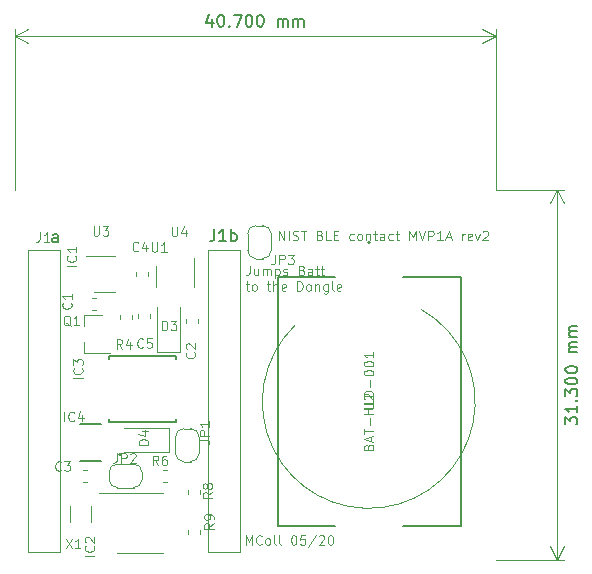
<source format=gbr>
G04 #@! TF.GenerationSoftware,KiCad,Pcbnew,(5.1.5)-3*
G04 #@! TF.CreationDate,2020-05-07T17:46:45-04:00*
G04 #@! TF.ProjectId,CR2025_Nordic,43523230-3235-45f4-9e6f-726469632e6b,rev?*
G04 #@! TF.SameCoordinates,Original*
G04 #@! TF.FileFunction,Legend,Top*
G04 #@! TF.FilePolarity,Positive*
%FSLAX46Y46*%
G04 Gerber Fmt 4.6, Leading zero omitted, Abs format (unit mm)*
G04 Created by KiCad (PCBNEW (5.1.5)-3) date 2020-05-07 17:46:45*
%MOMM*%
%LPD*%
G04 APERTURE LIST*
%ADD10C,0.150000*%
%ADD11C,0.120000*%
%ADD12C,0.152400*%
%ADD13C,0.200000*%
%ADD14C,0.127000*%
G04 APERTURE END LIST*
D10*
X141169805Y-76043540D02*
X141169805Y-76757826D01*
X141122186Y-76900683D01*
X141026948Y-76995921D01*
X140884091Y-77043540D01*
X140788853Y-77043540D01*
X142169805Y-77043540D02*
X141598377Y-77043540D01*
X141884091Y-77043540D02*
X141884091Y-76043540D01*
X141788853Y-76186398D01*
X141693615Y-76281636D01*
X141598377Y-76329255D01*
X142598377Y-77043540D02*
X142598377Y-76043540D01*
X142598377Y-76424493D02*
X142693615Y-76376874D01*
X142884091Y-76376874D01*
X142979329Y-76424493D01*
X143026948Y-76472112D01*
X143074567Y-76567350D01*
X143074567Y-76853064D01*
X143026948Y-76948302D01*
X142979329Y-76995921D01*
X142884091Y-77043540D01*
X142693615Y-77043540D01*
X142598377Y-76995921D01*
X127966125Y-77134980D02*
X127966125Y-76611171D01*
X127918506Y-76515933D01*
X127823268Y-76468314D01*
X127632792Y-76468314D01*
X127537554Y-76515933D01*
X127966125Y-77087361D02*
X127870887Y-77134980D01*
X127632792Y-77134980D01*
X127537554Y-77087361D01*
X127489935Y-76992123D01*
X127489935Y-76896885D01*
X127537554Y-76801647D01*
X127632792Y-76754028D01*
X127870887Y-76754028D01*
X127966125Y-76706409D01*
D11*
X144174687Y-79115104D02*
X144174687Y-79686533D01*
X144136592Y-79800819D01*
X144060401Y-79877009D01*
X143946116Y-79915104D01*
X143869925Y-79915104D01*
X144898497Y-79381771D02*
X144898497Y-79915104D01*
X144555640Y-79381771D02*
X144555640Y-79800819D01*
X144593735Y-79877009D01*
X144669925Y-79915104D01*
X144784211Y-79915104D01*
X144860401Y-79877009D01*
X144898497Y-79838914D01*
X145279449Y-79915104D02*
X145279449Y-79381771D01*
X145279449Y-79457961D02*
X145317544Y-79419866D01*
X145393735Y-79381771D01*
X145508020Y-79381771D01*
X145584211Y-79419866D01*
X145622306Y-79496057D01*
X145622306Y-79915104D01*
X145622306Y-79496057D02*
X145660401Y-79419866D01*
X145736592Y-79381771D01*
X145850878Y-79381771D01*
X145927068Y-79419866D01*
X145965163Y-79496057D01*
X145965163Y-79915104D01*
X146346116Y-79381771D02*
X146346116Y-80181771D01*
X146346116Y-79419866D02*
X146422306Y-79381771D01*
X146574687Y-79381771D01*
X146650878Y-79419866D01*
X146688973Y-79457961D01*
X146727068Y-79534152D01*
X146727068Y-79762723D01*
X146688973Y-79838914D01*
X146650878Y-79877009D01*
X146574687Y-79915104D01*
X146422306Y-79915104D01*
X146346116Y-79877009D01*
X147031830Y-79877009D02*
X147108020Y-79915104D01*
X147260401Y-79915104D01*
X147336592Y-79877009D01*
X147374687Y-79800819D01*
X147374687Y-79762723D01*
X147336592Y-79686533D01*
X147260401Y-79648438D01*
X147146116Y-79648438D01*
X147069925Y-79610342D01*
X147031830Y-79534152D01*
X147031830Y-79496057D01*
X147069925Y-79419866D01*
X147146116Y-79381771D01*
X147260401Y-79381771D01*
X147336592Y-79419866D01*
X148593735Y-79496057D02*
X148708020Y-79534152D01*
X148746116Y-79572247D01*
X148784211Y-79648438D01*
X148784211Y-79762723D01*
X148746116Y-79838914D01*
X148708020Y-79877009D01*
X148631830Y-79915104D01*
X148327068Y-79915104D01*
X148327068Y-79115104D01*
X148593735Y-79115104D01*
X148669925Y-79153200D01*
X148708020Y-79191295D01*
X148746116Y-79267485D01*
X148746116Y-79343676D01*
X148708020Y-79419866D01*
X148669925Y-79457961D01*
X148593735Y-79496057D01*
X148327068Y-79496057D01*
X149469925Y-79915104D02*
X149469925Y-79496057D01*
X149431830Y-79419866D01*
X149355640Y-79381771D01*
X149203259Y-79381771D01*
X149127068Y-79419866D01*
X149469925Y-79877009D02*
X149393735Y-79915104D01*
X149203259Y-79915104D01*
X149127068Y-79877009D01*
X149088973Y-79800819D01*
X149088973Y-79724628D01*
X149127068Y-79648438D01*
X149203259Y-79610342D01*
X149393735Y-79610342D01*
X149469925Y-79572247D01*
X149736592Y-79381771D02*
X150041354Y-79381771D01*
X149850878Y-79115104D02*
X149850878Y-79800819D01*
X149888973Y-79877009D01*
X149965163Y-79915104D01*
X150041354Y-79915104D01*
X150193735Y-79381771D02*
X150498497Y-79381771D01*
X150308020Y-79115104D02*
X150308020Y-79800819D01*
X150346116Y-79877009D01*
X150422306Y-79915104D01*
X150498497Y-79915104D01*
X143831830Y-80701771D02*
X144136592Y-80701771D01*
X143946116Y-80435104D02*
X143946116Y-81120819D01*
X143984211Y-81197009D01*
X144060401Y-81235104D01*
X144136592Y-81235104D01*
X144517544Y-81235104D02*
X144441354Y-81197009D01*
X144403259Y-81158914D01*
X144365163Y-81082723D01*
X144365163Y-80854152D01*
X144403259Y-80777961D01*
X144441354Y-80739866D01*
X144517544Y-80701771D01*
X144631830Y-80701771D01*
X144708020Y-80739866D01*
X144746116Y-80777961D01*
X144784211Y-80854152D01*
X144784211Y-81082723D01*
X144746116Y-81158914D01*
X144708020Y-81197009D01*
X144631830Y-81235104D01*
X144517544Y-81235104D01*
X145622306Y-80701771D02*
X145927068Y-80701771D01*
X145736592Y-80435104D02*
X145736592Y-81120819D01*
X145774687Y-81197009D01*
X145850878Y-81235104D01*
X145927068Y-81235104D01*
X146193735Y-81235104D02*
X146193735Y-80435104D01*
X146536592Y-81235104D02*
X146536592Y-80816057D01*
X146498497Y-80739866D01*
X146422306Y-80701771D01*
X146308020Y-80701771D01*
X146231830Y-80739866D01*
X146193735Y-80777961D01*
X147222306Y-81197009D02*
X147146116Y-81235104D01*
X146993735Y-81235104D01*
X146917544Y-81197009D01*
X146879449Y-81120819D01*
X146879449Y-80816057D01*
X146917544Y-80739866D01*
X146993735Y-80701771D01*
X147146116Y-80701771D01*
X147222306Y-80739866D01*
X147260401Y-80816057D01*
X147260401Y-80892247D01*
X146879449Y-80968438D01*
X148212782Y-81235104D02*
X148212782Y-80435104D01*
X148403259Y-80435104D01*
X148517544Y-80473200D01*
X148593735Y-80549390D01*
X148631830Y-80625580D01*
X148669925Y-80777961D01*
X148669925Y-80892247D01*
X148631830Y-81044628D01*
X148593735Y-81120819D01*
X148517544Y-81197009D01*
X148403259Y-81235104D01*
X148212782Y-81235104D01*
X149127068Y-81235104D02*
X149050878Y-81197009D01*
X149012782Y-81158914D01*
X148974687Y-81082723D01*
X148974687Y-80854152D01*
X149012782Y-80777961D01*
X149050878Y-80739866D01*
X149127068Y-80701771D01*
X149241354Y-80701771D01*
X149317544Y-80739866D01*
X149355640Y-80777961D01*
X149393735Y-80854152D01*
X149393735Y-81082723D01*
X149355640Y-81158914D01*
X149317544Y-81197009D01*
X149241354Y-81235104D01*
X149127068Y-81235104D01*
X149736592Y-80701771D02*
X149736592Y-81235104D01*
X149736592Y-80777961D02*
X149774687Y-80739866D01*
X149850878Y-80701771D01*
X149965163Y-80701771D01*
X150041354Y-80739866D01*
X150079449Y-80816057D01*
X150079449Y-81235104D01*
X150803259Y-80701771D02*
X150803259Y-81349390D01*
X150765163Y-81425580D01*
X150727068Y-81463676D01*
X150650878Y-81501771D01*
X150536592Y-81501771D01*
X150460401Y-81463676D01*
X150803259Y-81197009D02*
X150727068Y-81235104D01*
X150574687Y-81235104D01*
X150498497Y-81197009D01*
X150460401Y-81158914D01*
X150422306Y-81082723D01*
X150422306Y-80854152D01*
X150460401Y-80777961D01*
X150498497Y-80739866D01*
X150574687Y-80701771D01*
X150727068Y-80701771D01*
X150803259Y-80739866D01*
X151298497Y-81235104D02*
X151222306Y-81197009D01*
X151184211Y-81120819D01*
X151184211Y-80435104D01*
X151908020Y-81197009D02*
X151831830Y-81235104D01*
X151679449Y-81235104D01*
X151603259Y-81197009D01*
X151565163Y-81120819D01*
X151565163Y-80816057D01*
X151603259Y-80739866D01*
X151679449Y-80701771D01*
X151831830Y-80701771D01*
X151908020Y-80739866D01*
X151946116Y-80816057D01*
X151946116Y-80892247D01*
X151565163Y-80968438D01*
X143843201Y-102739144D02*
X143843201Y-101939144D01*
X144109868Y-102510573D01*
X144376535Y-101939144D01*
X144376535Y-102739144D01*
X145214630Y-102662954D02*
X145176535Y-102701049D01*
X145062249Y-102739144D01*
X144986059Y-102739144D01*
X144871773Y-102701049D01*
X144795582Y-102624859D01*
X144757487Y-102548668D01*
X144719392Y-102396287D01*
X144719392Y-102282001D01*
X144757487Y-102129620D01*
X144795582Y-102053430D01*
X144871773Y-101977240D01*
X144986059Y-101939144D01*
X145062249Y-101939144D01*
X145176535Y-101977240D01*
X145214630Y-102015335D01*
X145671773Y-102739144D02*
X145595582Y-102701049D01*
X145557487Y-102662954D01*
X145519392Y-102586763D01*
X145519392Y-102358192D01*
X145557487Y-102282001D01*
X145595582Y-102243906D01*
X145671773Y-102205811D01*
X145786059Y-102205811D01*
X145862249Y-102243906D01*
X145900344Y-102282001D01*
X145938440Y-102358192D01*
X145938440Y-102586763D01*
X145900344Y-102662954D01*
X145862249Y-102701049D01*
X145786059Y-102739144D01*
X145671773Y-102739144D01*
X146395582Y-102739144D02*
X146319392Y-102701049D01*
X146281297Y-102624859D01*
X146281297Y-101939144D01*
X146814630Y-102739144D02*
X146738440Y-102701049D01*
X146700344Y-102624859D01*
X146700344Y-101939144D01*
X147881297Y-101939144D02*
X147957487Y-101939144D01*
X148033678Y-101977240D01*
X148071773Y-102015335D01*
X148109868Y-102091525D01*
X148147963Y-102243906D01*
X148147963Y-102434382D01*
X148109868Y-102586763D01*
X148071773Y-102662954D01*
X148033678Y-102701049D01*
X147957487Y-102739144D01*
X147881297Y-102739144D01*
X147805106Y-102701049D01*
X147767011Y-102662954D01*
X147728916Y-102586763D01*
X147690820Y-102434382D01*
X147690820Y-102243906D01*
X147728916Y-102091525D01*
X147767011Y-102015335D01*
X147805106Y-101977240D01*
X147881297Y-101939144D01*
X148871773Y-101939144D02*
X148490820Y-101939144D01*
X148452725Y-102320097D01*
X148490820Y-102282001D01*
X148567011Y-102243906D01*
X148757487Y-102243906D01*
X148833678Y-102282001D01*
X148871773Y-102320097D01*
X148909868Y-102396287D01*
X148909868Y-102586763D01*
X148871773Y-102662954D01*
X148833678Y-102701049D01*
X148757487Y-102739144D01*
X148567011Y-102739144D01*
X148490820Y-102701049D01*
X148452725Y-102662954D01*
X149824154Y-101901049D02*
X149138440Y-102929620D01*
X150052725Y-102015335D02*
X150090820Y-101977240D01*
X150167011Y-101939144D01*
X150357487Y-101939144D01*
X150433678Y-101977240D01*
X150471773Y-102015335D01*
X150509868Y-102091525D01*
X150509868Y-102167716D01*
X150471773Y-102282001D01*
X150014630Y-102739144D01*
X150509868Y-102739144D01*
X151005106Y-101939144D02*
X151081297Y-101939144D01*
X151157487Y-101977240D01*
X151195582Y-102015335D01*
X151233678Y-102091525D01*
X151271773Y-102243906D01*
X151271773Y-102434382D01*
X151233678Y-102586763D01*
X151195582Y-102662954D01*
X151157487Y-102701049D01*
X151081297Y-102739144D01*
X151005106Y-102739144D01*
X150928916Y-102701049D01*
X150890820Y-102662954D01*
X150852725Y-102586763D01*
X150814630Y-102434382D01*
X150814630Y-102243906D01*
X150852725Y-102091525D01*
X150890820Y-102015335D01*
X150928916Y-101977240D01*
X151005106Y-101939144D01*
X158745764Y-82837041D02*
G75*
G02X147980400Y-84201000I-4478865J-7815560D01*
G01*
X146665784Y-76953064D02*
X146665784Y-76153064D01*
X147122927Y-76953064D01*
X147122927Y-76153064D01*
X147503880Y-76953064D02*
X147503880Y-76153064D01*
X147846737Y-76914969D02*
X147961022Y-76953064D01*
X148151499Y-76953064D01*
X148227689Y-76914969D01*
X148265784Y-76876874D01*
X148303880Y-76800683D01*
X148303880Y-76724493D01*
X148265784Y-76648302D01*
X148227689Y-76610207D01*
X148151499Y-76572112D01*
X147999118Y-76534017D01*
X147922927Y-76495921D01*
X147884832Y-76457826D01*
X147846737Y-76381636D01*
X147846737Y-76305445D01*
X147884832Y-76229255D01*
X147922927Y-76191160D01*
X147999118Y-76153064D01*
X148189594Y-76153064D01*
X148303880Y-76191160D01*
X148532451Y-76153064D02*
X148989594Y-76153064D01*
X148761022Y-76953064D02*
X148761022Y-76153064D01*
X150132451Y-76534017D02*
X150246737Y-76572112D01*
X150284832Y-76610207D01*
X150322927Y-76686398D01*
X150322927Y-76800683D01*
X150284832Y-76876874D01*
X150246737Y-76914969D01*
X150170546Y-76953064D01*
X149865784Y-76953064D01*
X149865784Y-76153064D01*
X150132451Y-76153064D01*
X150208641Y-76191160D01*
X150246737Y-76229255D01*
X150284832Y-76305445D01*
X150284832Y-76381636D01*
X150246737Y-76457826D01*
X150208641Y-76495921D01*
X150132451Y-76534017D01*
X149865784Y-76534017D01*
X151046737Y-76953064D02*
X150665784Y-76953064D01*
X150665784Y-76153064D01*
X151313403Y-76534017D02*
X151580070Y-76534017D01*
X151694356Y-76953064D02*
X151313403Y-76953064D01*
X151313403Y-76153064D01*
X151694356Y-76153064D01*
X152989594Y-76914969D02*
X152913403Y-76953064D01*
X152761022Y-76953064D01*
X152684832Y-76914969D01*
X152646737Y-76876874D01*
X152608641Y-76800683D01*
X152608641Y-76572112D01*
X152646737Y-76495921D01*
X152684832Y-76457826D01*
X152761022Y-76419731D01*
X152913403Y-76419731D01*
X152989594Y-76457826D01*
X153446737Y-76953064D02*
X153370546Y-76914969D01*
X153332451Y-76876874D01*
X153294356Y-76800683D01*
X153294356Y-76572112D01*
X153332451Y-76495921D01*
X153370546Y-76457826D01*
X153446737Y-76419731D01*
X153561022Y-76419731D01*
X153637213Y-76457826D01*
X153675308Y-76495921D01*
X153713403Y-76572112D01*
X153713403Y-76800683D01*
X153675308Y-76876874D01*
X153637213Y-76914969D01*
X153561022Y-76953064D01*
X153446737Y-76953064D01*
X154056260Y-76419731D02*
X154056260Y-76953064D01*
X154056260Y-76495921D02*
X154094356Y-76457826D01*
X154170546Y-76419731D01*
X154284832Y-76419731D01*
X154361022Y-76457826D01*
X154399118Y-76534017D01*
X154399118Y-76953064D01*
X154665784Y-76419731D02*
X154970546Y-76419731D01*
X154780070Y-76153064D02*
X154780070Y-76838779D01*
X154818165Y-76914969D01*
X154894356Y-76953064D01*
X154970546Y-76953064D01*
X155580070Y-76953064D02*
X155580070Y-76534017D01*
X155541975Y-76457826D01*
X155465784Y-76419731D01*
X155313403Y-76419731D01*
X155237213Y-76457826D01*
X155580070Y-76914969D02*
X155503880Y-76953064D01*
X155313403Y-76953064D01*
X155237213Y-76914969D01*
X155199118Y-76838779D01*
X155199118Y-76762588D01*
X155237213Y-76686398D01*
X155313403Y-76648302D01*
X155503880Y-76648302D01*
X155580070Y-76610207D01*
X156303880Y-76914969D02*
X156227689Y-76953064D01*
X156075308Y-76953064D01*
X155999118Y-76914969D01*
X155961022Y-76876874D01*
X155922927Y-76800683D01*
X155922927Y-76572112D01*
X155961022Y-76495921D01*
X155999118Y-76457826D01*
X156075308Y-76419731D01*
X156227689Y-76419731D01*
X156303880Y-76457826D01*
X156532451Y-76419731D02*
X156837213Y-76419731D01*
X156646737Y-76153064D02*
X156646737Y-76838779D01*
X156684832Y-76914969D01*
X156761022Y-76953064D01*
X156837213Y-76953064D01*
X157713403Y-76953064D02*
X157713403Y-76153064D01*
X157980070Y-76724493D01*
X158246737Y-76153064D01*
X158246737Y-76953064D01*
X158513403Y-76153064D02*
X158780070Y-76953064D01*
X159046737Y-76153064D01*
X159313403Y-76953064D02*
X159313403Y-76153064D01*
X159618165Y-76153064D01*
X159694356Y-76191160D01*
X159732451Y-76229255D01*
X159770546Y-76305445D01*
X159770546Y-76419731D01*
X159732451Y-76495921D01*
X159694356Y-76534017D01*
X159618165Y-76572112D01*
X159313403Y-76572112D01*
X160532451Y-76953064D02*
X160075308Y-76953064D01*
X160303880Y-76953064D02*
X160303880Y-76153064D01*
X160227689Y-76267350D01*
X160151499Y-76343540D01*
X160075308Y-76381636D01*
X160837213Y-76724493D02*
X161218165Y-76724493D01*
X160761022Y-76953064D02*
X161027689Y-76153064D01*
X161294356Y-76953064D01*
X162170546Y-76953064D02*
X162170546Y-76419731D01*
X162170546Y-76572112D02*
X162208641Y-76495921D01*
X162246737Y-76457826D01*
X162322927Y-76419731D01*
X162399118Y-76419731D01*
X162970546Y-76914969D02*
X162894356Y-76953064D01*
X162741975Y-76953064D01*
X162665784Y-76914969D01*
X162627689Y-76838779D01*
X162627689Y-76534017D01*
X162665784Y-76457826D01*
X162741975Y-76419731D01*
X162894356Y-76419731D01*
X162970546Y-76457826D01*
X163008641Y-76534017D01*
X163008641Y-76610207D01*
X162627689Y-76686398D01*
X163275308Y-76419731D02*
X163465784Y-76953064D01*
X163656260Y-76419731D01*
X163922927Y-76229255D02*
X163961022Y-76191160D01*
X164037213Y-76153064D01*
X164227689Y-76153064D01*
X164303880Y-76191160D01*
X164341975Y-76229255D01*
X164380070Y-76305445D01*
X164380070Y-76381636D01*
X164341975Y-76495921D01*
X163884832Y-76953064D01*
X164380070Y-76953064D01*
D10*
X170922380Y-92540476D02*
X170922380Y-91921428D01*
X171303333Y-92254761D01*
X171303333Y-92111904D01*
X171350952Y-92016666D01*
X171398571Y-91969047D01*
X171493809Y-91921428D01*
X171731904Y-91921428D01*
X171827142Y-91969047D01*
X171874761Y-92016666D01*
X171922380Y-92111904D01*
X171922380Y-92397619D01*
X171874761Y-92492857D01*
X171827142Y-92540476D01*
X171922380Y-90969047D02*
X171922380Y-91540476D01*
X171922380Y-91254761D02*
X170922380Y-91254761D01*
X171065238Y-91350000D01*
X171160476Y-91445238D01*
X171208095Y-91540476D01*
X171827142Y-90540476D02*
X171874761Y-90492857D01*
X171922380Y-90540476D01*
X171874761Y-90588095D01*
X171827142Y-90540476D01*
X171922380Y-90540476D01*
X170922380Y-90159523D02*
X170922380Y-89540476D01*
X171303333Y-89873809D01*
X171303333Y-89730952D01*
X171350952Y-89635714D01*
X171398571Y-89588095D01*
X171493809Y-89540476D01*
X171731904Y-89540476D01*
X171827142Y-89588095D01*
X171874761Y-89635714D01*
X171922380Y-89730952D01*
X171922380Y-90016666D01*
X171874761Y-90111904D01*
X171827142Y-90159523D01*
X170922380Y-88921428D02*
X170922380Y-88826190D01*
X170970000Y-88730952D01*
X171017619Y-88683333D01*
X171112857Y-88635714D01*
X171303333Y-88588095D01*
X171541428Y-88588095D01*
X171731904Y-88635714D01*
X171827142Y-88683333D01*
X171874761Y-88730952D01*
X171922380Y-88826190D01*
X171922380Y-88921428D01*
X171874761Y-89016666D01*
X171827142Y-89064285D01*
X171731904Y-89111904D01*
X171541428Y-89159523D01*
X171303333Y-89159523D01*
X171112857Y-89111904D01*
X171017619Y-89064285D01*
X170970000Y-89016666D01*
X170922380Y-88921428D01*
X170922380Y-87969047D02*
X170922380Y-87873809D01*
X170970000Y-87778571D01*
X171017619Y-87730952D01*
X171112857Y-87683333D01*
X171303333Y-87635714D01*
X171541428Y-87635714D01*
X171731904Y-87683333D01*
X171827142Y-87730952D01*
X171874761Y-87778571D01*
X171922380Y-87873809D01*
X171922380Y-87969047D01*
X171874761Y-88064285D01*
X171827142Y-88111904D01*
X171731904Y-88159523D01*
X171541428Y-88207142D01*
X171303333Y-88207142D01*
X171112857Y-88159523D01*
X171017619Y-88111904D01*
X170970000Y-88064285D01*
X170922380Y-87969047D01*
X171922380Y-86445238D02*
X171255714Y-86445238D01*
X171350952Y-86445238D02*
X171303333Y-86397619D01*
X171255714Y-86302380D01*
X171255714Y-86159523D01*
X171303333Y-86064285D01*
X171398571Y-86016666D01*
X171922380Y-86016666D01*
X171398571Y-86016666D02*
X171303333Y-85969047D01*
X171255714Y-85873809D01*
X171255714Y-85730952D01*
X171303333Y-85635714D01*
X171398571Y-85588095D01*
X171922380Y-85588095D01*
X171922380Y-85111904D02*
X171255714Y-85111904D01*
X171350952Y-85111904D02*
X171303333Y-85064285D01*
X171255714Y-84969047D01*
X171255714Y-84826190D01*
X171303333Y-84730952D01*
X171398571Y-84683333D01*
X171922380Y-84683333D01*
X171398571Y-84683333D02*
X171303333Y-84635714D01*
X171255714Y-84540476D01*
X171255714Y-84397619D01*
X171303333Y-84302380D01*
X171398571Y-84254761D01*
X171922380Y-84254761D01*
D11*
X170200000Y-104000000D02*
X170200000Y-72700000D01*
X165000000Y-104000000D02*
X170786421Y-104000000D01*
X165000000Y-72700000D02*
X170786421Y-72700000D01*
X170200000Y-72700000D02*
X170786421Y-73826504D01*
X170200000Y-72700000D02*
X169613579Y-73826504D01*
X170200000Y-104000000D02*
X170786421Y-102873496D01*
X170200000Y-104000000D02*
X169613579Y-102873496D01*
D10*
X140983333Y-58215714D02*
X140983333Y-58882380D01*
X140745238Y-57834761D02*
X140507142Y-58549047D01*
X141126190Y-58549047D01*
X141697619Y-57882380D02*
X141792857Y-57882380D01*
X141888095Y-57930000D01*
X141935714Y-57977619D01*
X141983333Y-58072857D01*
X142030952Y-58263333D01*
X142030952Y-58501428D01*
X141983333Y-58691904D01*
X141935714Y-58787142D01*
X141888095Y-58834761D01*
X141792857Y-58882380D01*
X141697619Y-58882380D01*
X141602380Y-58834761D01*
X141554761Y-58787142D01*
X141507142Y-58691904D01*
X141459523Y-58501428D01*
X141459523Y-58263333D01*
X141507142Y-58072857D01*
X141554761Y-57977619D01*
X141602380Y-57930000D01*
X141697619Y-57882380D01*
X142459523Y-58787142D02*
X142507142Y-58834761D01*
X142459523Y-58882380D01*
X142411904Y-58834761D01*
X142459523Y-58787142D01*
X142459523Y-58882380D01*
X142840476Y-57882380D02*
X143507142Y-57882380D01*
X143078571Y-58882380D01*
X144078571Y-57882380D02*
X144173809Y-57882380D01*
X144269047Y-57930000D01*
X144316666Y-57977619D01*
X144364285Y-58072857D01*
X144411904Y-58263333D01*
X144411904Y-58501428D01*
X144364285Y-58691904D01*
X144316666Y-58787142D01*
X144269047Y-58834761D01*
X144173809Y-58882380D01*
X144078571Y-58882380D01*
X143983333Y-58834761D01*
X143935714Y-58787142D01*
X143888095Y-58691904D01*
X143840476Y-58501428D01*
X143840476Y-58263333D01*
X143888095Y-58072857D01*
X143935714Y-57977619D01*
X143983333Y-57930000D01*
X144078571Y-57882380D01*
X145030952Y-57882380D02*
X145126190Y-57882380D01*
X145221428Y-57930000D01*
X145269047Y-57977619D01*
X145316666Y-58072857D01*
X145364285Y-58263333D01*
X145364285Y-58501428D01*
X145316666Y-58691904D01*
X145269047Y-58787142D01*
X145221428Y-58834761D01*
X145126190Y-58882380D01*
X145030952Y-58882380D01*
X144935714Y-58834761D01*
X144888095Y-58787142D01*
X144840476Y-58691904D01*
X144792857Y-58501428D01*
X144792857Y-58263333D01*
X144840476Y-58072857D01*
X144888095Y-57977619D01*
X144935714Y-57930000D01*
X145030952Y-57882380D01*
X146554761Y-58882380D02*
X146554761Y-58215714D01*
X146554761Y-58310952D02*
X146602380Y-58263333D01*
X146697619Y-58215714D01*
X146840476Y-58215714D01*
X146935714Y-58263333D01*
X146983333Y-58358571D01*
X146983333Y-58882380D01*
X146983333Y-58358571D02*
X147030952Y-58263333D01*
X147126190Y-58215714D01*
X147269047Y-58215714D01*
X147364285Y-58263333D01*
X147411904Y-58358571D01*
X147411904Y-58882380D01*
X147888095Y-58882380D02*
X147888095Y-58215714D01*
X147888095Y-58310952D02*
X147935714Y-58263333D01*
X148030952Y-58215714D01*
X148173809Y-58215714D01*
X148269047Y-58263333D01*
X148316666Y-58358571D01*
X148316666Y-58882380D01*
X148316666Y-58358571D02*
X148364285Y-58263333D01*
X148459523Y-58215714D01*
X148602380Y-58215714D01*
X148697619Y-58263333D01*
X148745238Y-58358571D01*
X148745238Y-58882380D01*
D11*
X124300000Y-59700000D02*
X165000000Y-59700000D01*
X124300000Y-72700000D02*
X124300000Y-59113579D01*
X165000000Y-72700000D02*
X165000000Y-59113579D01*
X165000000Y-59700000D02*
X163873496Y-60286421D01*
X165000000Y-59700000D02*
X163873496Y-59113579D01*
X124300000Y-59700000D02*
X125426504Y-60286421D01*
X124300000Y-59700000D02*
X125426504Y-59113579D01*
X125426800Y-77763700D02*
X125426800Y-103363700D01*
X125426800Y-103363700D02*
X128166800Y-103363700D01*
X128166800Y-103363700D02*
X128166800Y-77763700D01*
X128166800Y-77763700D02*
X125426800Y-77763700D01*
X140636800Y-77763700D02*
X140636800Y-103363700D01*
X140636800Y-103363700D02*
X143376800Y-103363700D01*
X143376800Y-103363700D02*
X143376800Y-77763700D01*
X143376800Y-77763700D02*
X140636800Y-77763700D01*
X134375120Y-97906080D02*
X132975120Y-97906080D01*
X132275120Y-97206080D02*
X132275120Y-96606080D01*
X132975120Y-95906080D02*
X134375120Y-95906080D01*
X135075120Y-96606080D02*
X135075120Y-97206080D01*
X135075120Y-97206080D02*
G75*
G02X134375120Y-97906080I-700000J0D01*
G01*
X134375120Y-95906080D02*
G75*
G02X135075120Y-96606080I0J-700000D01*
G01*
X132275120Y-96606080D02*
G75*
G02X132975120Y-95906080I700000J0D01*
G01*
X132975120Y-97906080D02*
G75*
G02X132275120Y-97206080I0J700000D01*
G01*
X137902440Y-95000040D02*
X137902440Y-93600040D01*
X138602440Y-92900040D02*
X139202440Y-92900040D01*
X139902440Y-93600040D02*
X139902440Y-95000040D01*
X139202440Y-95700040D02*
X138602440Y-95700040D01*
X138602440Y-95700040D02*
G75*
G02X137902440Y-95000040I0J700000D01*
G01*
X139902440Y-95000040D02*
G75*
G02X139202440Y-95700040I-700000J0D01*
G01*
X139202440Y-92900040D02*
G75*
G02X139902440Y-93600040I0J-700000D01*
G01*
X137902440Y-93600040D02*
G75*
G02X138602440Y-92900040I700000J0D01*
G01*
D12*
X137906760Y-87054455D02*
X137906760Y-86771480D01*
X132267960Y-92076505D02*
X132267960Y-92359480D01*
X132267960Y-86771480D02*
X132267960Y-87054455D01*
X137906760Y-86771480D02*
X132267960Y-86771480D01*
X137906760Y-92359480D02*
X137906760Y-92076505D01*
X132267960Y-92359480D02*
X137906760Y-92359480D01*
D11*
X130189700Y-83306800D02*
X131649700Y-83306800D01*
X130189700Y-86466800D02*
X132349700Y-86466800D01*
X130189700Y-86466800D02*
X130189700Y-85536800D01*
X130189700Y-83306800D02*
X130189700Y-84236800D01*
X130719800Y-100811960D02*
X130719800Y-99461960D01*
X128969800Y-100811960D02*
X128969800Y-99461960D01*
X139816300Y-83978567D02*
X139816300Y-83636033D01*
X138796300Y-83978567D02*
X138796300Y-83636033D01*
X146003520Y-76414400D02*
X146003520Y-77814400D01*
X145303520Y-78514400D02*
X144703520Y-78514400D01*
X144003520Y-77814400D02*
X144003520Y-76414400D01*
X144703520Y-75714400D02*
X145303520Y-75714400D01*
X145303520Y-75714400D02*
G75*
G02X146003520Y-76414400I0J-700000D01*
G01*
X144003520Y-76414400D02*
G75*
G02X144703520Y-75714400I700000J0D01*
G01*
X144703520Y-78514400D02*
G75*
G02X144003520Y-77814400I0J700000D01*
G01*
X146003520Y-77814400D02*
G75*
G02X145303520Y-78514400I-700000J0D01*
G01*
X137358480Y-94858080D02*
X137358480Y-92858080D01*
X137358480Y-92858080D02*
X133508480Y-92858080D01*
X137358480Y-94858080D02*
X133508480Y-94858080D01*
X136861733Y-97461800D02*
X137204267Y-97461800D01*
X136861733Y-96441800D02*
X137204267Y-96441800D01*
X138946160Y-101530333D02*
X138946160Y-101872867D01*
X139966160Y-101530333D02*
X139966160Y-101872867D01*
X139966160Y-98418467D02*
X139966160Y-98075933D01*
X138946160Y-98418467D02*
X138946160Y-98075933D01*
X134863840Y-98354200D02*
X131413840Y-98354200D01*
X134863840Y-98354200D02*
X136813840Y-98354200D01*
X134863840Y-103474200D02*
X132913840Y-103474200D01*
X134863840Y-103474200D02*
X136813840Y-103474200D01*
X136271360Y-79135200D02*
X136271360Y-80935200D01*
X139491360Y-80935200D02*
X139491360Y-78485200D01*
X135744680Y-83584867D02*
X135744680Y-83242333D01*
X134724680Y-83584867D02*
X134724680Y-83242333D01*
X135574500Y-79965367D02*
X135574500Y-79622833D01*
X134554500Y-79965367D02*
X134554500Y-79622833D01*
D12*
X154376200Y-77138000D02*
G75*
G03X154376200Y-77138000I-76200J0D01*
G01*
X157172740Y-101141000D02*
X162047000Y-101141000D01*
X151427260Y-80059000D02*
X146553000Y-80059000D01*
X162047000Y-80059000D02*
X157172740Y-80059000D01*
X162047000Y-101141000D02*
X162047000Y-80059000D01*
X146553000Y-101141000D02*
X151427260Y-101141000D01*
X146553000Y-80059000D02*
X146553000Y-101141000D01*
D13*
X133298240Y-95091760D02*
G75*
G03X133298240Y-95091760I-100000J0D01*
G01*
D14*
X131578240Y-92552760D02*
X129818240Y-92552760D01*
X131578240Y-95630760D02*
X129818240Y-95630760D01*
D11*
X132794900Y-78296800D02*
X130364900Y-78296800D01*
X131034900Y-81366800D02*
X132794900Y-81366800D01*
X134195280Y-83620427D02*
X134195280Y-83277893D01*
X133175280Y-83620427D02*
X133175280Y-83277893D01*
X136327000Y-86435200D02*
X136327000Y-82585200D01*
X138327000Y-86435200D02*
X138327000Y-82585200D01*
X136327000Y-86435200D02*
X138327000Y-86435200D01*
X130054533Y-97441480D02*
X130397067Y-97441480D01*
X130054533Y-96421480D02*
X130397067Y-96421480D01*
X130829233Y-82844100D02*
X131171767Y-82844100D01*
X130829233Y-81824100D02*
X131171767Y-81824100D01*
X126423453Y-76295304D02*
X126423453Y-76866733D01*
X126385358Y-76981019D01*
X126309167Y-77057209D01*
X126194881Y-77095304D01*
X126118691Y-77095304D01*
X127223453Y-77095304D02*
X126766310Y-77095304D01*
X126994881Y-77095304D02*
X126994881Y-76295304D01*
X126918691Y-76409590D01*
X126842500Y-76485780D01*
X126766310Y-76523876D01*
X132932253Y-95010024D02*
X132932253Y-95581453D01*
X132894158Y-95695739D01*
X132817967Y-95771929D01*
X132703681Y-95810024D01*
X132627491Y-95810024D01*
X133313205Y-95810024D02*
X133313205Y-95010024D01*
X133617967Y-95010024D01*
X133694158Y-95048120D01*
X133732253Y-95086215D01*
X133770348Y-95162405D01*
X133770348Y-95276691D01*
X133732253Y-95352881D01*
X133694158Y-95390977D01*
X133617967Y-95429072D01*
X133313205Y-95429072D01*
X134075110Y-95086215D02*
X134113205Y-95048120D01*
X134189396Y-95010024D01*
X134379872Y-95010024D01*
X134456062Y-95048120D01*
X134494158Y-95086215D01*
X134532253Y-95162405D01*
X134532253Y-95238596D01*
X134494158Y-95352881D01*
X134037015Y-95810024D01*
X134532253Y-95810024D01*
X139937544Y-93874506D02*
X140508973Y-93874506D01*
X140623259Y-93912601D01*
X140699449Y-93988792D01*
X140737544Y-94103078D01*
X140737544Y-94179268D01*
X140737544Y-93493554D02*
X139937544Y-93493554D01*
X139937544Y-93188792D01*
X139975640Y-93112601D01*
X140013735Y-93074506D01*
X140089925Y-93036411D01*
X140204211Y-93036411D01*
X140280401Y-93074506D01*
X140318497Y-93112601D01*
X140356592Y-93188792D01*
X140356592Y-93493554D01*
X140737544Y-92274506D02*
X140737544Y-92731649D01*
X140737544Y-92503078D02*
X139937544Y-92503078D01*
X140051830Y-92579268D01*
X140128020Y-92655459D01*
X140166116Y-92731649D01*
X130033984Y-88629392D02*
X129233984Y-88629392D01*
X129957794Y-87791297D02*
X129995889Y-87829392D01*
X130033984Y-87943678D01*
X130033984Y-88019868D01*
X129995889Y-88134154D01*
X129919699Y-88210344D01*
X129843508Y-88248440D01*
X129691127Y-88286535D01*
X129576841Y-88286535D01*
X129424460Y-88248440D01*
X129348270Y-88210344D01*
X129272080Y-88134154D01*
X129233984Y-88019868D01*
X129233984Y-87943678D01*
X129272080Y-87829392D01*
X129310175Y-87791297D01*
X129233984Y-87524630D02*
X129233984Y-87029392D01*
X129538746Y-87296059D01*
X129538746Y-87181773D01*
X129576841Y-87105582D01*
X129614937Y-87067487D01*
X129691127Y-87029392D01*
X129881603Y-87029392D01*
X129957794Y-87067487D01*
X129995889Y-87105582D01*
X130033984Y-87181773D01*
X130033984Y-87410344D01*
X129995889Y-87486535D01*
X129957794Y-87524630D01*
X129016769Y-84212375D02*
X128940579Y-84174280D01*
X128864388Y-84098089D01*
X128750102Y-83983803D01*
X128673912Y-83945708D01*
X128597721Y-83945708D01*
X128635817Y-84136184D02*
X128559626Y-84098089D01*
X128483436Y-84021899D01*
X128445340Y-83869518D01*
X128445340Y-83602851D01*
X128483436Y-83450470D01*
X128559626Y-83374280D01*
X128635817Y-83336184D01*
X128788198Y-83336184D01*
X128864388Y-83374280D01*
X128940579Y-83450470D01*
X128978674Y-83602851D01*
X128978674Y-83869518D01*
X128940579Y-84021899D01*
X128864388Y-84098089D01*
X128788198Y-84136184D01*
X128635817Y-84136184D01*
X129740579Y-84136184D02*
X129283436Y-84136184D01*
X129512007Y-84136184D02*
X129512007Y-83336184D01*
X129435817Y-83450470D01*
X129359626Y-83526660D01*
X129283436Y-83564756D01*
X128592660Y-102228704D02*
X129125994Y-103028704D01*
X129125994Y-102228704D02*
X128592660Y-103028704D01*
X129849803Y-103028704D02*
X129392660Y-103028704D01*
X129621232Y-103028704D02*
X129621232Y-102228704D01*
X129545041Y-102342990D01*
X129468851Y-102419180D01*
X129392660Y-102457276D01*
X137591876Y-75825404D02*
X137591876Y-76473023D01*
X137629971Y-76549214D01*
X137668066Y-76587309D01*
X137744257Y-76625404D01*
X137896638Y-76625404D01*
X137972828Y-76587309D01*
X138010923Y-76549214D01*
X138049019Y-76473023D01*
X138049019Y-75825404D01*
X138772828Y-76092071D02*
X138772828Y-76625404D01*
X138582352Y-75787309D02*
X138391876Y-76358738D01*
X138887114Y-76358738D01*
X130962476Y-75787304D02*
X130962476Y-76434923D01*
X131000571Y-76511114D01*
X131038666Y-76549209D01*
X131114857Y-76587304D01*
X131267238Y-76587304D01*
X131343428Y-76549209D01*
X131381523Y-76511114D01*
X131419619Y-76434923D01*
X131419619Y-75787304D01*
X131724380Y-75787304D02*
X132219619Y-75787304D01*
X131952952Y-76092066D01*
X132067238Y-76092066D01*
X132143428Y-76130161D01*
X132181523Y-76168257D01*
X132219619Y-76244447D01*
X132219619Y-76434923D01*
X132181523Y-76511114D01*
X132143428Y-76549209D01*
X132067238Y-76587304D01*
X131838666Y-76587304D01*
X131762476Y-76549209D01*
X131724380Y-76511114D01*
X139492954Y-86452693D02*
X139531049Y-86490788D01*
X139569144Y-86605074D01*
X139569144Y-86681264D01*
X139531049Y-86795550D01*
X139454859Y-86871740D01*
X139378668Y-86909836D01*
X139226287Y-86947931D01*
X139112001Y-86947931D01*
X138959620Y-86909836D01*
X138883430Y-86871740D01*
X138807240Y-86795550D01*
X138769144Y-86681264D01*
X138769144Y-86605074D01*
X138807240Y-86490788D01*
X138845335Y-86452693D01*
X138845335Y-86147931D02*
X138807240Y-86109836D01*
X138769144Y-86033645D01*
X138769144Y-85843169D01*
X138807240Y-85766979D01*
X138845335Y-85728883D01*
X138921525Y-85690788D01*
X138997716Y-85690788D01*
X139112001Y-85728883D01*
X139569144Y-86186026D01*
X139569144Y-85690788D01*
X146328213Y-78169824D02*
X146328213Y-78741253D01*
X146290118Y-78855539D01*
X146213927Y-78931729D01*
X146099641Y-78969824D01*
X146023451Y-78969824D01*
X146709165Y-78969824D02*
X146709165Y-78169824D01*
X147013927Y-78169824D01*
X147090118Y-78207920D01*
X147128213Y-78246015D01*
X147166308Y-78322205D01*
X147166308Y-78436491D01*
X147128213Y-78512681D01*
X147090118Y-78550777D01*
X147013927Y-78588872D01*
X146709165Y-78588872D01*
X147432975Y-78169824D02*
X147928213Y-78169824D01*
X147661546Y-78474586D01*
X147775832Y-78474586D01*
X147852022Y-78512681D01*
X147890118Y-78550777D01*
X147928213Y-78626967D01*
X147928213Y-78817443D01*
X147890118Y-78893634D01*
X147852022Y-78931729D01*
X147775832Y-78969824D01*
X147547260Y-78969824D01*
X147471070Y-78931729D01*
X147432975Y-78893634D01*
X135581344Y-94275836D02*
X134781344Y-94275836D01*
X134781344Y-94085360D01*
X134819440Y-93971074D01*
X134895630Y-93894883D01*
X134971820Y-93856788D01*
X135124201Y-93818693D01*
X135238487Y-93818693D01*
X135390868Y-93856788D01*
X135467059Y-93894883D01*
X135543249Y-93971074D01*
X135581344Y-94085360D01*
X135581344Y-94275836D01*
X135048011Y-93132979D02*
X135581344Y-93132979D01*
X134743249Y-93323455D02*
X135314678Y-93513931D01*
X135314678Y-93018693D01*
X136432306Y-95987824D02*
X136165640Y-95606872D01*
X135975163Y-95987824D02*
X135975163Y-95187824D01*
X136279925Y-95187824D01*
X136356116Y-95225920D01*
X136394211Y-95264015D01*
X136432306Y-95340205D01*
X136432306Y-95454491D01*
X136394211Y-95530681D01*
X136356116Y-95568777D01*
X136279925Y-95606872D01*
X135975163Y-95606872D01*
X137118020Y-95187824D02*
X136965640Y-95187824D01*
X136889449Y-95225920D01*
X136851354Y-95264015D01*
X136775163Y-95378300D01*
X136737068Y-95530681D01*
X136737068Y-95835443D01*
X136775163Y-95911634D01*
X136813259Y-95949729D01*
X136889449Y-95987824D01*
X137041830Y-95987824D01*
X137118020Y-95949729D01*
X137156116Y-95911634D01*
X137194211Y-95835443D01*
X137194211Y-95644967D01*
X137156116Y-95568777D01*
X137118020Y-95530681D01*
X137041830Y-95492586D01*
X136889449Y-95492586D01*
X136813259Y-95530681D01*
X136775163Y-95568777D01*
X136737068Y-95644967D01*
X141149024Y-100940853D02*
X140768072Y-101207520D01*
X141149024Y-101397996D02*
X140349024Y-101397996D01*
X140349024Y-101093234D01*
X140387120Y-101017043D01*
X140425215Y-100978948D01*
X140501405Y-100940853D01*
X140615691Y-100940853D01*
X140691881Y-100978948D01*
X140729977Y-101017043D01*
X140768072Y-101093234D01*
X140768072Y-101397996D01*
X141149024Y-100559900D02*
X141149024Y-100407520D01*
X141110929Y-100331329D01*
X141072834Y-100293234D01*
X140958548Y-100217043D01*
X140806167Y-100178948D01*
X140501405Y-100178948D01*
X140425215Y-100217043D01*
X140387120Y-100255139D01*
X140349024Y-100331329D01*
X140349024Y-100483710D01*
X140387120Y-100559900D01*
X140425215Y-100597996D01*
X140501405Y-100636091D01*
X140691881Y-100636091D01*
X140768072Y-100597996D01*
X140806167Y-100559900D01*
X140844262Y-100483710D01*
X140844262Y-100331329D01*
X140806167Y-100255139D01*
X140768072Y-100217043D01*
X140691881Y-100178948D01*
X141027104Y-98294173D02*
X140646152Y-98560840D01*
X141027104Y-98751316D02*
X140227104Y-98751316D01*
X140227104Y-98446554D01*
X140265200Y-98370363D01*
X140303295Y-98332268D01*
X140379485Y-98294173D01*
X140493771Y-98294173D01*
X140569961Y-98332268D01*
X140608057Y-98370363D01*
X140646152Y-98446554D01*
X140646152Y-98751316D01*
X140569961Y-97837030D02*
X140531866Y-97913220D01*
X140493771Y-97951316D01*
X140417580Y-97989411D01*
X140379485Y-97989411D01*
X140303295Y-97951316D01*
X140265200Y-97913220D01*
X140227104Y-97837030D01*
X140227104Y-97684649D01*
X140265200Y-97608459D01*
X140303295Y-97570363D01*
X140379485Y-97532268D01*
X140417580Y-97532268D01*
X140493771Y-97570363D01*
X140531866Y-97608459D01*
X140569961Y-97684649D01*
X140569961Y-97837030D01*
X140608057Y-97913220D01*
X140646152Y-97951316D01*
X140722342Y-97989411D01*
X140874723Y-97989411D01*
X140950914Y-97951316D01*
X140989009Y-97913220D01*
X141027104Y-97837030D01*
X141027104Y-97684649D01*
X140989009Y-97608459D01*
X140950914Y-97570363D01*
X140874723Y-97532268D01*
X140722342Y-97532268D01*
X140646152Y-97570363D01*
X140608057Y-97608459D01*
X140569961Y-97684649D01*
X131039824Y-103681432D02*
X130239824Y-103681432D01*
X130963634Y-102843337D02*
X131001729Y-102881432D01*
X131039824Y-102995718D01*
X131039824Y-103071908D01*
X131001729Y-103186194D01*
X130925539Y-103262384D01*
X130849348Y-103300480D01*
X130696967Y-103338575D01*
X130582681Y-103338575D01*
X130430300Y-103300480D01*
X130354110Y-103262384D01*
X130277920Y-103186194D01*
X130239824Y-103071908D01*
X130239824Y-102995718D01*
X130277920Y-102881432D01*
X130316015Y-102843337D01*
X130316015Y-102538575D02*
X130277920Y-102500480D01*
X130239824Y-102424289D01*
X130239824Y-102233813D01*
X130277920Y-102157622D01*
X130316015Y-102119527D01*
X130392205Y-102081432D01*
X130468396Y-102081432D01*
X130582681Y-102119527D01*
X131039824Y-102576670D01*
X131039824Y-102081432D01*
X135905316Y-77143664D02*
X135905316Y-77791283D01*
X135943411Y-77867474D01*
X135981506Y-77905569D01*
X136057697Y-77943664D01*
X136210078Y-77943664D01*
X136286268Y-77905569D01*
X136324363Y-77867474D01*
X136362459Y-77791283D01*
X136362459Y-77143664D01*
X137162459Y-77943664D02*
X136705316Y-77943664D01*
X136933887Y-77943664D02*
X136933887Y-77143664D01*
X136857697Y-77257950D01*
X136781506Y-77334140D01*
X136705316Y-77372236D01*
X135162306Y-86000554D02*
X135124211Y-86038649D01*
X135009925Y-86076744D01*
X134933735Y-86076744D01*
X134819449Y-86038649D01*
X134743259Y-85962459D01*
X134705163Y-85886268D01*
X134667068Y-85733887D01*
X134667068Y-85619601D01*
X134705163Y-85467220D01*
X134743259Y-85391030D01*
X134819449Y-85314840D01*
X134933735Y-85276744D01*
X135009925Y-85276744D01*
X135124211Y-85314840D01*
X135162306Y-85352935D01*
X135886116Y-85276744D02*
X135505163Y-85276744D01*
X135467068Y-85657697D01*
X135505163Y-85619601D01*
X135581354Y-85581506D01*
X135771830Y-85581506D01*
X135848020Y-85619601D01*
X135886116Y-85657697D01*
X135924211Y-85733887D01*
X135924211Y-85924363D01*
X135886116Y-86000554D01*
X135848020Y-86038649D01*
X135771830Y-86076744D01*
X135581354Y-86076744D01*
X135505163Y-86038649D01*
X135467068Y-86000554D01*
X134760986Y-77831914D02*
X134722891Y-77870009D01*
X134608605Y-77908104D01*
X134532415Y-77908104D01*
X134418129Y-77870009D01*
X134341939Y-77793819D01*
X134303843Y-77717628D01*
X134265748Y-77565247D01*
X134265748Y-77450961D01*
X134303843Y-77298580D01*
X134341939Y-77222390D01*
X134418129Y-77146200D01*
X134532415Y-77108104D01*
X134608605Y-77108104D01*
X134722891Y-77146200D01*
X134760986Y-77184295D01*
X135446700Y-77374771D02*
X135446700Y-77908104D01*
X135256224Y-77070009D02*
X135065748Y-77641438D01*
X135560986Y-77641438D01*
X153861904Y-91209523D02*
X154509523Y-91209523D01*
X154585714Y-91171428D01*
X154623809Y-91133333D01*
X154661904Y-91057142D01*
X154661904Y-90904761D01*
X154623809Y-90828571D01*
X154585714Y-90790476D01*
X154509523Y-90752380D01*
X153861904Y-90752380D01*
X153938095Y-90409523D02*
X153900000Y-90371428D01*
X153861904Y-90295238D01*
X153861904Y-90104761D01*
X153900000Y-90028571D01*
X153938095Y-89990476D01*
X154014285Y-89952380D01*
X154090476Y-89952380D01*
X154204761Y-89990476D01*
X154661904Y-90447619D01*
X154661904Y-89952380D01*
X154242857Y-94466666D02*
X154280952Y-94352380D01*
X154319047Y-94314285D01*
X154395238Y-94276190D01*
X154509523Y-94276190D01*
X154585714Y-94314285D01*
X154623809Y-94352380D01*
X154661904Y-94428571D01*
X154661904Y-94733333D01*
X153861904Y-94733333D01*
X153861904Y-94466666D01*
X153900000Y-94390476D01*
X153938095Y-94352380D01*
X154014285Y-94314285D01*
X154090476Y-94314285D01*
X154166666Y-94352380D01*
X154204761Y-94390476D01*
X154242857Y-94466666D01*
X154242857Y-94733333D01*
X154433333Y-93971428D02*
X154433333Y-93590476D01*
X154661904Y-94047619D02*
X153861904Y-93780952D01*
X154661904Y-93514285D01*
X153861904Y-93361904D02*
X153861904Y-92904761D01*
X154661904Y-93133333D02*
X153861904Y-93133333D01*
X154357142Y-92638095D02*
X154357142Y-92028571D01*
X154661904Y-91647619D02*
X153861904Y-91647619D01*
X154242857Y-91647619D02*
X154242857Y-91190476D01*
X154661904Y-91190476D02*
X153861904Y-91190476D01*
X154661904Y-90428571D02*
X154661904Y-90809523D01*
X153861904Y-90809523D01*
X154661904Y-90161904D02*
X153861904Y-90161904D01*
X153861904Y-89971428D01*
X153900000Y-89857142D01*
X153976190Y-89780952D01*
X154052380Y-89742857D01*
X154204761Y-89704761D01*
X154319047Y-89704761D01*
X154471428Y-89742857D01*
X154547619Y-89780952D01*
X154623809Y-89857142D01*
X154661904Y-89971428D01*
X154661904Y-90161904D01*
X154357142Y-89361904D02*
X154357142Y-88752380D01*
X153861904Y-88219047D02*
X153861904Y-88142857D01*
X153900000Y-88066666D01*
X153938095Y-88028571D01*
X154014285Y-87990476D01*
X154166666Y-87952380D01*
X154357142Y-87952380D01*
X154509523Y-87990476D01*
X154585714Y-88028571D01*
X154623809Y-88066666D01*
X154661904Y-88142857D01*
X154661904Y-88219047D01*
X154623809Y-88295238D01*
X154585714Y-88333333D01*
X154509523Y-88371428D01*
X154357142Y-88409523D01*
X154166666Y-88409523D01*
X154014285Y-88371428D01*
X153938095Y-88333333D01*
X153900000Y-88295238D01*
X153861904Y-88219047D01*
X153861904Y-87457142D02*
X153861904Y-87380952D01*
X153900000Y-87304761D01*
X153938095Y-87266666D01*
X154014285Y-87228571D01*
X154166666Y-87190476D01*
X154357142Y-87190476D01*
X154509523Y-87228571D01*
X154585714Y-87266666D01*
X154623809Y-87304761D01*
X154661904Y-87380952D01*
X154661904Y-87457142D01*
X154623809Y-87533333D01*
X154585714Y-87571428D01*
X154509523Y-87609523D01*
X154357142Y-87647619D01*
X154166666Y-87647619D01*
X154014285Y-87609523D01*
X153938095Y-87571428D01*
X153900000Y-87533333D01*
X153861904Y-87457142D01*
X154661904Y-86428571D02*
X154661904Y-86885714D01*
X154661904Y-86657142D02*
X153861904Y-86657142D01*
X153976190Y-86733333D01*
X154052380Y-86809523D01*
X154090476Y-86885714D01*
X128494887Y-92274344D02*
X128494887Y-91474344D01*
X129332982Y-92198154D02*
X129294887Y-92236249D01*
X129180601Y-92274344D01*
X129104411Y-92274344D01*
X128990125Y-92236249D01*
X128913935Y-92160059D01*
X128875840Y-92083868D01*
X128837744Y-91931487D01*
X128837744Y-91817201D01*
X128875840Y-91664820D01*
X128913935Y-91588630D01*
X128990125Y-91512440D01*
X129104411Y-91474344D01*
X129180601Y-91474344D01*
X129294887Y-91512440D01*
X129332982Y-91550535D01*
X130018697Y-91741011D02*
X130018697Y-92274344D01*
X129828220Y-91436249D02*
X129637744Y-92007678D01*
X130132982Y-92007678D01*
X129510744Y-79104392D02*
X128710744Y-79104392D01*
X129434554Y-78266297D02*
X129472649Y-78304392D01*
X129510744Y-78418678D01*
X129510744Y-78494868D01*
X129472649Y-78609154D01*
X129396459Y-78685344D01*
X129320268Y-78723440D01*
X129167887Y-78761535D01*
X129053601Y-78761535D01*
X128901220Y-78723440D01*
X128825030Y-78685344D01*
X128748840Y-78609154D01*
X128710744Y-78494868D01*
X128710744Y-78418678D01*
X128748840Y-78304392D01*
X128786935Y-78266297D01*
X129510744Y-77504392D02*
X129510744Y-77961535D01*
X129510744Y-77732963D02*
X128710744Y-77732963D01*
X128825030Y-77809154D01*
X128901220Y-77885344D01*
X128939316Y-77961535D01*
X133389386Y-86137704D02*
X133122720Y-85756752D01*
X132932243Y-86137704D02*
X132932243Y-85337704D01*
X133237005Y-85337704D01*
X133313196Y-85375800D01*
X133351291Y-85413895D01*
X133389386Y-85490085D01*
X133389386Y-85604371D01*
X133351291Y-85680561D01*
X133313196Y-85718657D01*
X133237005Y-85756752D01*
X132932243Y-85756752D01*
X134075100Y-85604371D02*
X134075100Y-86137704D01*
X133884624Y-85299609D02*
X133694148Y-85871038D01*
X134189386Y-85871038D01*
X136762563Y-84578144D02*
X136762563Y-83778144D01*
X136953040Y-83778144D01*
X137067325Y-83816240D01*
X137143516Y-83892430D01*
X137181611Y-83968620D01*
X137219706Y-84121001D01*
X137219706Y-84235287D01*
X137181611Y-84387668D01*
X137143516Y-84463859D01*
X137067325Y-84540049D01*
X136953040Y-84578144D01*
X136762563Y-84578144D01*
X137486373Y-83778144D02*
X137981611Y-83778144D01*
X137714944Y-84082906D01*
X137829230Y-84082906D01*
X137905420Y-84121001D01*
X137943516Y-84159097D01*
X137981611Y-84235287D01*
X137981611Y-84425763D01*
X137943516Y-84501954D01*
X137905420Y-84540049D01*
X137829230Y-84578144D01*
X137600659Y-84578144D01*
X137524468Y-84540049D01*
X137486373Y-84501954D01*
X128228106Y-96409474D02*
X128190011Y-96447569D01*
X128075725Y-96485664D01*
X127999535Y-96485664D01*
X127885249Y-96447569D01*
X127809059Y-96371379D01*
X127770963Y-96295188D01*
X127732868Y-96142807D01*
X127732868Y-96028521D01*
X127770963Y-95876140D01*
X127809059Y-95799950D01*
X127885249Y-95723760D01*
X127999535Y-95685664D01*
X128075725Y-95685664D01*
X128190011Y-95723760D01*
X128228106Y-95761855D01*
X128494773Y-95685664D02*
X128990011Y-95685664D01*
X128723344Y-95990426D01*
X128837630Y-95990426D01*
X128913820Y-96028521D01*
X128951916Y-96066617D01*
X128990011Y-96142807D01*
X128990011Y-96333283D01*
X128951916Y-96409474D01*
X128913820Y-96447569D01*
X128837630Y-96485664D01*
X128609059Y-96485664D01*
X128532868Y-96447569D01*
X128494773Y-96409474D01*
X129023074Y-82251533D02*
X129061169Y-82289628D01*
X129099264Y-82403914D01*
X129099264Y-82480104D01*
X129061169Y-82594390D01*
X128984979Y-82670580D01*
X128908788Y-82708676D01*
X128756407Y-82746771D01*
X128642121Y-82746771D01*
X128489740Y-82708676D01*
X128413550Y-82670580D01*
X128337360Y-82594390D01*
X128299264Y-82480104D01*
X128299264Y-82403914D01*
X128337360Y-82289628D01*
X128375455Y-82251533D01*
X129099264Y-81489628D02*
X129099264Y-81946771D01*
X129099264Y-81718200D02*
X128299264Y-81718200D01*
X128413550Y-81794390D01*
X128489740Y-81870580D01*
X128527836Y-81946771D01*
M02*

</source>
